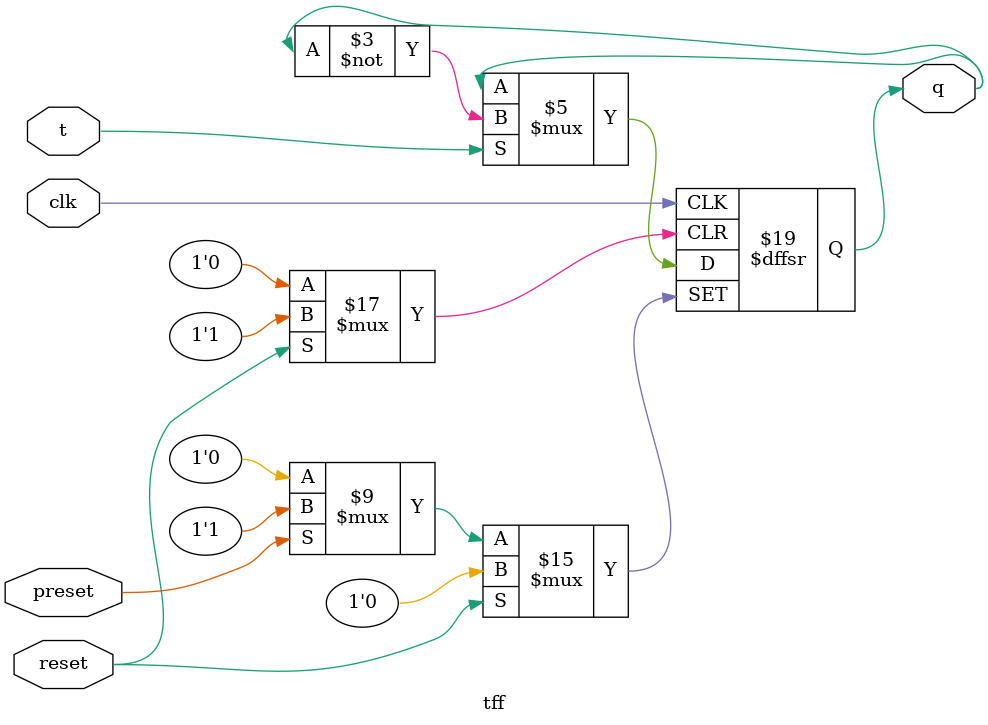
<source format=v>
`timescale 1ns / 1ps


module tff(
    input clk,
    input reset,
    input t,
    input preset,
    output reg q
    );
    always @ (posedge clk, posedge reset, posedge preset) begin  
        if (reset)  
          q <= 0;  
        else if (preset)
          q <= 1;
        else  
            begin
            if (t == 1)  
                q <= ~q;  
            else  
                q <= q; 
            end
      end 
endmodule

</source>
